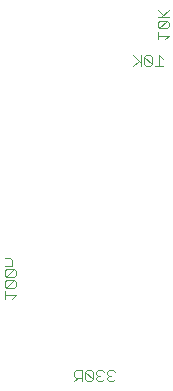
<source format=gbo>
G04 This is an RS-274x file exported by *
G04 gerbv version 2.6.1 *
G04 More information is available about gerbv at *
G04 http://gerbv.geda-project.org/ *
G04 --End of header info--*
%MOIN*%
%FSLAX34Y34*%
%IPPOS*%
G04 --Define apertures--*
%ADD10C,0.0030*%
G04 --Start main section--*
G54D10*
G01X0015275Y0008765D02*
G01X0015275Y0009012D01*
G01X0015275Y0008888D02*
G01X0015645Y0008888D01*
G01X0015645Y0008888D02*
G01X0015521Y0008765D01*
G01X0015583Y0009133D02*
G01X0015645Y0009195D01*
G01X0015645Y0009195D02*
G01X0015645Y0009319D01*
G01X0015645Y0009319D02*
G01X0015583Y0009380D01*
G01X0015583Y0009380D02*
G01X0015336Y0009133D01*
G01X0015336Y0009133D02*
G01X0015275Y0009195D01*
G01X0015275Y0009195D02*
G01X0015275Y0009319D01*
G01X0015275Y0009319D02*
G01X0015336Y0009380D01*
G01X0015336Y0009380D02*
G01X0015583Y0009380D01*
G01X0015583Y0009502D02*
G01X0015645Y0009563D01*
G01X0015645Y0009563D02*
G01X0015645Y0009687D01*
G01X0015645Y0009687D02*
G01X0015583Y0009749D01*
G01X0015583Y0009749D02*
G01X0015336Y0009502D01*
G01X0015336Y0009502D02*
G01X0015275Y0009563D01*
G01X0015275Y0009563D02*
G01X0015275Y0009687D01*
G01X0015275Y0009687D02*
G01X0015336Y0009749D01*
G01X0015336Y0009749D02*
G01X0015583Y0009749D01*
G01X0015521Y0009870D02*
G01X0015521Y0010055D01*
G01X0015521Y0010055D02*
G01X0015460Y0010117D01*
G01X0015460Y0010117D02*
G01X0015275Y0010117D01*
G01X0015275Y0009870D02*
G01X0015521Y0009870D01*
G01X0015583Y0009502D02*
G01X0015336Y0009502D01*
G01X0015336Y0009133D02*
G01X0015583Y0009133D01*
G01X0017654Y0006385D02*
G01X0017593Y0006324D01*
G01X0017593Y0006324D02*
G01X0017593Y0006200D01*
G01X0017593Y0006200D02*
G01X0017654Y0006138D01*
G01X0017654Y0006138D02*
G01X0017840Y0006138D01*
G01X0017840Y0006015D02*
G01X0017840Y0006385D01*
G01X0017840Y0006385D02*
G01X0017654Y0006385D01*
G01X0017716Y0006138D02*
G01X0017593Y0006015D01*
G01X0017961Y0006077D02*
G01X0018023Y0006015D01*
G01X0018023Y0006015D02*
G01X0018146Y0006015D01*
G01X0018146Y0006015D02*
G01X0018208Y0006077D01*
G01X0018208Y0006077D02*
G01X0017961Y0006324D01*
G01X0017961Y0006324D02*
G01X0017961Y0006077D01*
G01X0018208Y0006077D02*
G01X0018208Y0006324D01*
G01X0018208Y0006324D02*
G01X0018146Y0006385D01*
G01X0018146Y0006385D02*
G01X0018023Y0006385D01*
G01X0018023Y0006385D02*
G01X0017961Y0006324D01*
G01X0018329Y0006324D02*
G01X0018329Y0006262D01*
G01X0018329Y0006262D02*
G01X0018391Y0006200D01*
G01X0018391Y0006200D02*
G01X0018329Y0006138D01*
G01X0018329Y0006138D02*
G01X0018329Y0006077D01*
G01X0018329Y0006077D02*
G01X0018391Y0006015D01*
G01X0018391Y0006015D02*
G01X0018515Y0006015D01*
G01X0018515Y0006015D02*
G01X0018576Y0006077D01*
G01X0018698Y0006077D02*
G01X0018759Y0006015D01*
G01X0018759Y0006015D02*
G01X0018883Y0006015D01*
G01X0018883Y0006015D02*
G01X0018945Y0006077D01*
G01X0018821Y0006200D02*
G01X0018759Y0006200D01*
G01X0018759Y0006200D02*
G01X0018698Y0006138D01*
G01X0018698Y0006138D02*
G01X0018698Y0006077D01*
G01X0018759Y0006200D02*
G01X0018698Y0006262D01*
G01X0018698Y0006262D02*
G01X0018698Y0006324D01*
G01X0018698Y0006324D02*
G01X0018759Y0006385D01*
G01X0018759Y0006385D02*
G01X0018883Y0006385D01*
G01X0018883Y0006385D02*
G01X0018945Y0006324D01*
G01X0018576Y0006324D02*
G01X0018515Y0006385D01*
G01X0018515Y0006385D02*
G01X0018391Y0006385D01*
G01X0018391Y0006385D02*
G01X0018329Y0006324D01*
G01X0018391Y0006200D02*
G01X0018453Y0006200D01*
G01X0019566Y0016515D02*
G01X0019751Y0016700D01*
G01X0019813Y0016638D02*
G01X0019566Y0016885D01*
G01X0019813Y0016885D02*
G01X0019813Y0016515D01*
G01X0019934Y0016577D02*
G01X0019996Y0016515D01*
G01X0019996Y0016515D02*
G01X0020119Y0016515D01*
G01X0020119Y0016515D02*
G01X0020181Y0016577D01*
G01X0020181Y0016577D02*
G01X0019934Y0016824D01*
G01X0019934Y0016824D02*
G01X0019934Y0016577D01*
G01X0020181Y0016577D02*
G01X0020181Y0016824D01*
G01X0020181Y0016824D02*
G01X0020119Y0016885D01*
G01X0020119Y0016885D02*
G01X0019996Y0016885D01*
G01X0019996Y0016885D02*
G01X0019934Y0016824D01*
G01X0020303Y0016515D02*
G01X0020550Y0016515D01*
G01X0020426Y0016515D02*
G01X0020426Y0016885D01*
G01X0020426Y0016885D02*
G01X0020550Y0016762D01*
G01X0020621Y0017410D02*
G01X0020745Y0017534D01*
G01X0020745Y0017534D02*
G01X0020375Y0017534D01*
G01X0020375Y0017410D02*
G01X0020375Y0017657D01*
G01X0020436Y0017778D02*
G01X0020683Y0018025D01*
G01X0020683Y0018025D02*
G01X0020436Y0018025D01*
G01X0020436Y0018025D02*
G01X0020375Y0017964D01*
G01X0020375Y0017964D02*
G01X0020375Y0017840D01*
G01X0020375Y0017840D02*
G01X0020436Y0017778D01*
G01X0020436Y0017778D02*
G01X0020683Y0017778D01*
G01X0020683Y0017778D02*
G01X0020745Y0017840D01*
G01X0020745Y0017840D02*
G01X0020745Y0017964D01*
G01X0020745Y0017964D02*
G01X0020683Y0018025D01*
G01X0020745Y0018147D02*
G01X0020375Y0018147D01*
G01X0020498Y0018147D02*
G01X0020745Y0018394D01*
G01X0020560Y0018208D02*
G01X0020375Y0018394D01*
M02*

</source>
